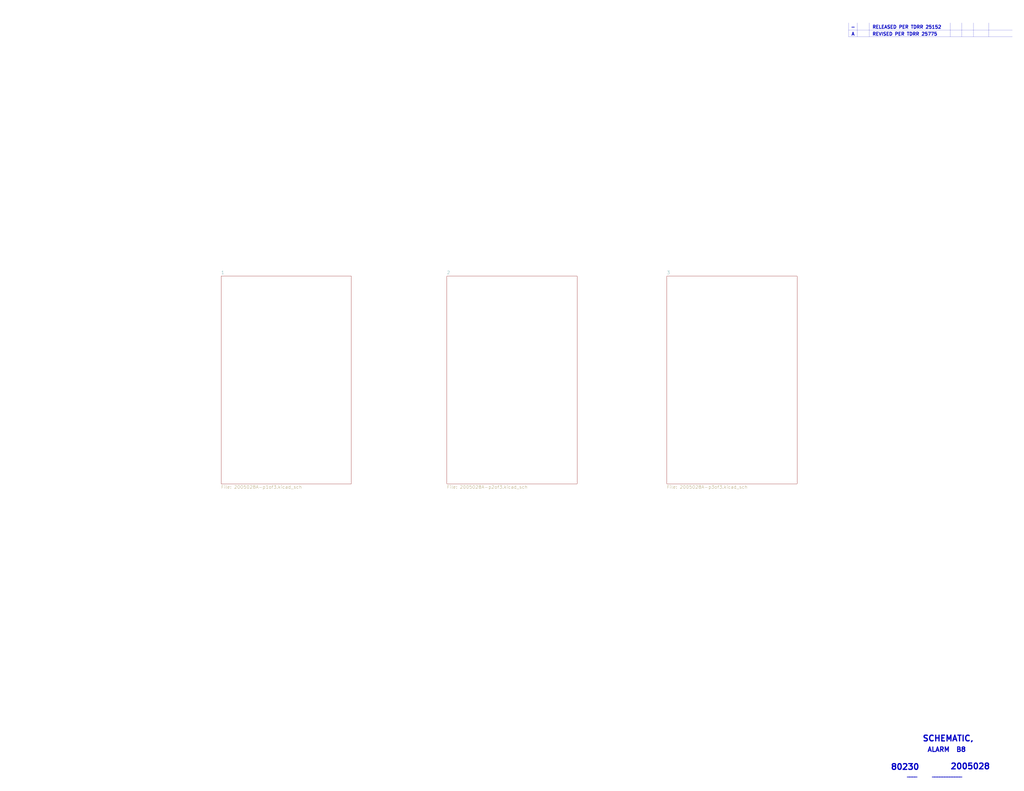
<source format=kicad_sch>
(kicad_sch (version 20211123) (generator eeschema)
  (paper "E")
  (lib_symbols)
  (polyline (pts (xy 1078.992 25.019) (xy 1078.992 40.132)) (stroke (width 0) (type solid)))
  (polyline (pts (xy 1062.482 25.019) (xy 1062.482 40.132)) (stroke (width 0) (type solid)))
  (polyline (pts (xy 948.69 25.019) (xy 948.69 40.132)) (stroke (width 0) (type solid)))
  (polyline (pts (xy 926.084 25.019) (xy 926.084 40.132)) (stroke (width 0) (type solid)))
  (polyline (pts (xy 935.736 25.019) (xy 935.736 40.132)) (stroke (width 0) (type solid)))
  (polyline (pts (xy 926.084 40.132) (xy 1104.9 40.132)) (stroke (width 0) (type solid)))
  (polyline (pts (xy 926.084 32.766) (xy 1104.9 32.766)) (stroke (width 0) (type solid)))
  (polyline (pts (xy 1049.782 25.019) (xy 1049.782 40.132)) (stroke (width 0) (type solid)))
  (polyline (pts (xy 1037.082 25.019) (xy 1037.082 40.132)) (stroke (width 0) (type solid)))
  (text "-" (at 928.37 31.75 0) (effects (font (size 3.556 3.556) (thickness 0.7112) bold) (justify left bottom)))
  (text "80230" (at 971.8548 841.3496 0) (effects (font (size 6.35 6.35) (thickness 1.27) bold) (justify left bottom)))
  (text "RELEASED PER TDRR 25152" (at 951.865 31.75 0) (effects (font (size 3.556 3.556) (thickness 0.7112) bold) (justify left bottom)))
  (text "REVISED PER TDRR 25775" (at 951.865 39.37 0) (effects (font (size 3.556 3.556) (thickness 0.7112) bold) (justify left bottom)))
  (text "____________" (at 1016.9398 848.9696 0) (effects (font (size 3.556 3.556) (thickness 0.7112) bold) (justify left bottom)))
  (text "ALARM  B8" (at 1011.8598 821.6646 0) (effects (font (size 5.08 5.08) (thickness 1.016) bold) (justify left bottom)))
  (text "2005028" (at 1036.955 840.74 0) (effects (font (size 6.35 6.35) (thickness 1.27) bold) (justify left bottom)))
  (text "A" (at 929.005 39.37 0) (effects (font (size 3.556 3.556) (thickness 0.7112) bold) (justify left bottom)))
  (text "SCHEMATIC," (at 1006.475 810.26 0) (effects (font (size 6.35 6.35) (thickness 1.27) bold) (justify left bottom)))
  (text "____" (at 989.6348 848.9696 0) (effects (font (size 3.556 3.556) (thickness 0.7112) bold) (justify left bottom)))
  (sheet (at 241.3 301.625) (size 142.24 226.695)
    (property "Sheet name" "1" (at 241.3 299.7704 0) (effects (font (size 3.556 3.556)) (justify left bottom)))
    (property "Sheet file" "2005028A-p1of3.kicad_sch" (at 241.3 529.819 0) (effects (font (size 3.556 3.556)) (justify left top)))
  )
  (sheet (at 487.68 301.625) (size 142.24 226.695)
    (property "Sheet name" "2" (at 487.68 299.7704 0) (effects (font (size 3.556 3.556)) (justify left bottom)))
    (property "Sheet file" "2005028A-p2of3.kicad_sch" (at 487.68 529.819 0) (effects (font (size 3.556 3.556)) (justify left top)))
  )
  (sheet (at 727.71 301.625) (size 142.24 226.695)
    (property "Sheet name" "3" (at 727.71 299.7704 0) (effects (font (size 3.556 3.556)) (justify left bottom)))
    (property "Sheet file" "2005028A-p3of3.kicad_sch" (at 727.71 529.819 0) (effects (font (size 3.556 3.556)) (justify left top)))
  )
)
</source>
